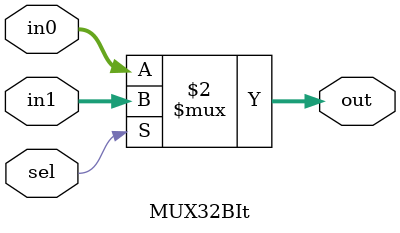
<source format=v>
`timescale 1ns / 1ps


module MUX32BIt(input [31:0] in0, in1, input sel, output reg [31:0] out);
    always @(*) begin
        out = sel ? in1 : in0;
    end
endmodule


</source>
